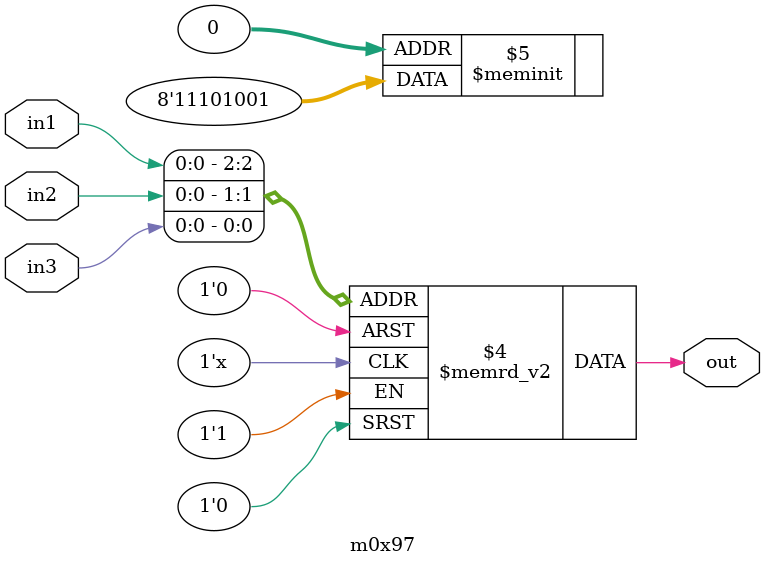
<source format=v>
module m0x97(output out, input in1, in2, in3);

   always @(in1, in2, in3)
     begin
        case({in1, in2, in3})
          3'b000: {out} = 1'b1;
          3'b001: {out} = 1'b0;
          3'b010: {out} = 1'b0;
          3'b011: {out} = 1'b1;
          3'b100: {out} = 1'b0;
          3'b101: {out} = 1'b1;
          3'b110: {out} = 1'b1;
          3'b111: {out} = 1'b1;
        endcase // case ({in1, in2, in3})
     end // always @ (in1, in2, in3)

endmodule // m0x97
</source>
